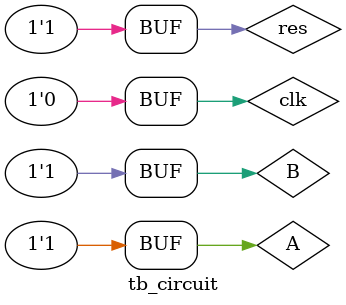
<source format=v>
`timescale 1ns / 1ns
module tb_circuit(  );
reg A,B,clk,res ;
wire Y,Z,S,R;
circuit G1 (Y,Z,S,R,A,B,clk,res);
initial
begin
clk = 1'b0;
repeat(18)
#40 clk = ~clk ;
end
initial
 begin
res = 1'b1;
A = 1'b0;
B = 1'b0;
#80;
res = 1'b1;
A = 1'b0;
B = 1'b1;
#40;
res = 1'b1;
A = 1'b1;
B = 1'b1;
#80;
res = 1'b1;
A = 1'b0;
B = 1'b1;
#80;
res = 1'b1;
A = 1'b0;
B = 1'b0;
#40;
res = 1'b1;
A = 1'b1;
B = 1'b0;
#120;
res = 1'b1;
A = 1'b1;
B = 1'b1;
#40;
res = 1'b1;
A = 1'b0;
B = 1'b0;
#120;
res = 1'b1;
A = 1'b0;
B = 1'b1;
#40;
res = 1'b1;
A = 1'b1;
B = 1'b1;
#80;
end
endmodule

</source>
